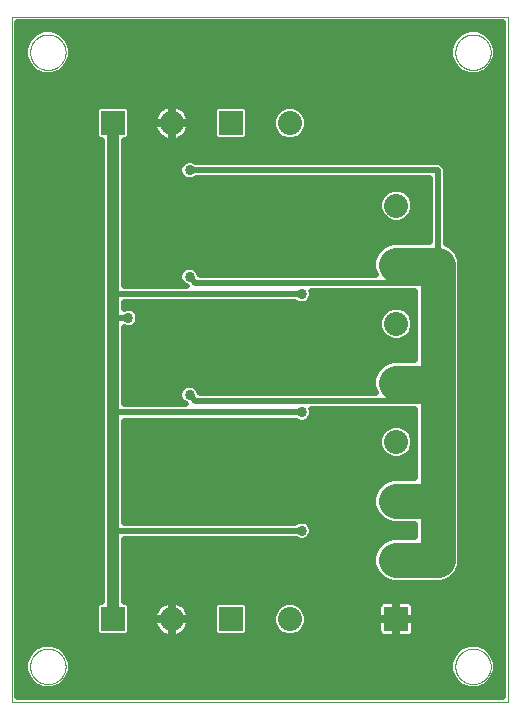
<source format=gbl>
G75*
%MOIN*%
%OFA0B0*%
%FSLAX25Y25*%
%IPPOS*%
%LPD*%
%AMOC8*
5,1,8,0,0,1.08239X$1,22.5*
%
%ADD10C,0.00000*%
%ADD11R,0.08000X0.08000*%
%ADD12C,0.08000*%
%ADD13C,0.01969*%
%ADD14C,0.03369*%
%ADD15C,0.11811*%
%ADD16C,0.03937*%
D10*
X0002969Y0002969D02*
X0002969Y0231315D01*
X0168323Y0231315D01*
X0168323Y0002969D01*
X0002969Y0002969D01*
X0008874Y0014780D02*
X0008876Y0014933D01*
X0008882Y0015087D01*
X0008892Y0015240D01*
X0008906Y0015392D01*
X0008924Y0015545D01*
X0008946Y0015696D01*
X0008971Y0015847D01*
X0009001Y0015998D01*
X0009035Y0016148D01*
X0009072Y0016296D01*
X0009113Y0016444D01*
X0009158Y0016590D01*
X0009207Y0016736D01*
X0009260Y0016880D01*
X0009316Y0017022D01*
X0009376Y0017163D01*
X0009440Y0017303D01*
X0009507Y0017441D01*
X0009578Y0017577D01*
X0009653Y0017711D01*
X0009730Y0017843D01*
X0009812Y0017973D01*
X0009896Y0018101D01*
X0009984Y0018227D01*
X0010075Y0018350D01*
X0010169Y0018471D01*
X0010267Y0018589D01*
X0010367Y0018705D01*
X0010471Y0018818D01*
X0010577Y0018929D01*
X0010686Y0019037D01*
X0010798Y0019142D01*
X0010912Y0019243D01*
X0011030Y0019342D01*
X0011149Y0019438D01*
X0011271Y0019531D01*
X0011396Y0019620D01*
X0011523Y0019707D01*
X0011652Y0019789D01*
X0011783Y0019869D01*
X0011916Y0019945D01*
X0012051Y0020018D01*
X0012188Y0020087D01*
X0012327Y0020152D01*
X0012467Y0020214D01*
X0012609Y0020272D01*
X0012752Y0020327D01*
X0012897Y0020378D01*
X0013043Y0020425D01*
X0013190Y0020468D01*
X0013338Y0020507D01*
X0013487Y0020543D01*
X0013637Y0020574D01*
X0013788Y0020602D01*
X0013939Y0020626D01*
X0014092Y0020646D01*
X0014244Y0020662D01*
X0014397Y0020674D01*
X0014550Y0020682D01*
X0014703Y0020686D01*
X0014857Y0020686D01*
X0015010Y0020682D01*
X0015163Y0020674D01*
X0015316Y0020662D01*
X0015468Y0020646D01*
X0015621Y0020626D01*
X0015772Y0020602D01*
X0015923Y0020574D01*
X0016073Y0020543D01*
X0016222Y0020507D01*
X0016370Y0020468D01*
X0016517Y0020425D01*
X0016663Y0020378D01*
X0016808Y0020327D01*
X0016951Y0020272D01*
X0017093Y0020214D01*
X0017233Y0020152D01*
X0017372Y0020087D01*
X0017509Y0020018D01*
X0017644Y0019945D01*
X0017777Y0019869D01*
X0017908Y0019789D01*
X0018037Y0019707D01*
X0018164Y0019620D01*
X0018289Y0019531D01*
X0018411Y0019438D01*
X0018530Y0019342D01*
X0018648Y0019243D01*
X0018762Y0019142D01*
X0018874Y0019037D01*
X0018983Y0018929D01*
X0019089Y0018818D01*
X0019193Y0018705D01*
X0019293Y0018589D01*
X0019391Y0018471D01*
X0019485Y0018350D01*
X0019576Y0018227D01*
X0019664Y0018101D01*
X0019748Y0017973D01*
X0019830Y0017843D01*
X0019907Y0017711D01*
X0019982Y0017577D01*
X0020053Y0017441D01*
X0020120Y0017303D01*
X0020184Y0017163D01*
X0020244Y0017022D01*
X0020300Y0016880D01*
X0020353Y0016736D01*
X0020402Y0016590D01*
X0020447Y0016444D01*
X0020488Y0016296D01*
X0020525Y0016148D01*
X0020559Y0015998D01*
X0020589Y0015847D01*
X0020614Y0015696D01*
X0020636Y0015545D01*
X0020654Y0015392D01*
X0020668Y0015240D01*
X0020678Y0015087D01*
X0020684Y0014933D01*
X0020686Y0014780D01*
X0020684Y0014627D01*
X0020678Y0014473D01*
X0020668Y0014320D01*
X0020654Y0014168D01*
X0020636Y0014015D01*
X0020614Y0013864D01*
X0020589Y0013713D01*
X0020559Y0013562D01*
X0020525Y0013412D01*
X0020488Y0013264D01*
X0020447Y0013116D01*
X0020402Y0012970D01*
X0020353Y0012824D01*
X0020300Y0012680D01*
X0020244Y0012538D01*
X0020184Y0012397D01*
X0020120Y0012257D01*
X0020053Y0012119D01*
X0019982Y0011983D01*
X0019907Y0011849D01*
X0019830Y0011717D01*
X0019748Y0011587D01*
X0019664Y0011459D01*
X0019576Y0011333D01*
X0019485Y0011210D01*
X0019391Y0011089D01*
X0019293Y0010971D01*
X0019193Y0010855D01*
X0019089Y0010742D01*
X0018983Y0010631D01*
X0018874Y0010523D01*
X0018762Y0010418D01*
X0018648Y0010317D01*
X0018530Y0010218D01*
X0018411Y0010122D01*
X0018289Y0010029D01*
X0018164Y0009940D01*
X0018037Y0009853D01*
X0017908Y0009771D01*
X0017777Y0009691D01*
X0017644Y0009615D01*
X0017509Y0009542D01*
X0017372Y0009473D01*
X0017233Y0009408D01*
X0017093Y0009346D01*
X0016951Y0009288D01*
X0016808Y0009233D01*
X0016663Y0009182D01*
X0016517Y0009135D01*
X0016370Y0009092D01*
X0016222Y0009053D01*
X0016073Y0009017D01*
X0015923Y0008986D01*
X0015772Y0008958D01*
X0015621Y0008934D01*
X0015468Y0008914D01*
X0015316Y0008898D01*
X0015163Y0008886D01*
X0015010Y0008878D01*
X0014857Y0008874D01*
X0014703Y0008874D01*
X0014550Y0008878D01*
X0014397Y0008886D01*
X0014244Y0008898D01*
X0014092Y0008914D01*
X0013939Y0008934D01*
X0013788Y0008958D01*
X0013637Y0008986D01*
X0013487Y0009017D01*
X0013338Y0009053D01*
X0013190Y0009092D01*
X0013043Y0009135D01*
X0012897Y0009182D01*
X0012752Y0009233D01*
X0012609Y0009288D01*
X0012467Y0009346D01*
X0012327Y0009408D01*
X0012188Y0009473D01*
X0012051Y0009542D01*
X0011916Y0009615D01*
X0011783Y0009691D01*
X0011652Y0009771D01*
X0011523Y0009853D01*
X0011396Y0009940D01*
X0011271Y0010029D01*
X0011149Y0010122D01*
X0011030Y0010218D01*
X0010912Y0010317D01*
X0010798Y0010418D01*
X0010686Y0010523D01*
X0010577Y0010631D01*
X0010471Y0010742D01*
X0010367Y0010855D01*
X0010267Y0010971D01*
X0010169Y0011089D01*
X0010075Y0011210D01*
X0009984Y0011333D01*
X0009896Y0011459D01*
X0009812Y0011587D01*
X0009730Y0011717D01*
X0009653Y0011849D01*
X0009578Y0011983D01*
X0009507Y0012119D01*
X0009440Y0012257D01*
X0009376Y0012397D01*
X0009316Y0012538D01*
X0009260Y0012680D01*
X0009207Y0012824D01*
X0009158Y0012970D01*
X0009113Y0013116D01*
X0009072Y0013264D01*
X0009035Y0013412D01*
X0009001Y0013562D01*
X0008971Y0013713D01*
X0008946Y0013864D01*
X0008924Y0014015D01*
X0008906Y0014168D01*
X0008892Y0014320D01*
X0008882Y0014473D01*
X0008876Y0014627D01*
X0008874Y0014780D01*
X0150606Y0014780D02*
X0150608Y0014933D01*
X0150614Y0015087D01*
X0150624Y0015240D01*
X0150638Y0015392D01*
X0150656Y0015545D01*
X0150678Y0015696D01*
X0150703Y0015847D01*
X0150733Y0015998D01*
X0150767Y0016148D01*
X0150804Y0016296D01*
X0150845Y0016444D01*
X0150890Y0016590D01*
X0150939Y0016736D01*
X0150992Y0016880D01*
X0151048Y0017022D01*
X0151108Y0017163D01*
X0151172Y0017303D01*
X0151239Y0017441D01*
X0151310Y0017577D01*
X0151385Y0017711D01*
X0151462Y0017843D01*
X0151544Y0017973D01*
X0151628Y0018101D01*
X0151716Y0018227D01*
X0151807Y0018350D01*
X0151901Y0018471D01*
X0151999Y0018589D01*
X0152099Y0018705D01*
X0152203Y0018818D01*
X0152309Y0018929D01*
X0152418Y0019037D01*
X0152530Y0019142D01*
X0152644Y0019243D01*
X0152762Y0019342D01*
X0152881Y0019438D01*
X0153003Y0019531D01*
X0153128Y0019620D01*
X0153255Y0019707D01*
X0153384Y0019789D01*
X0153515Y0019869D01*
X0153648Y0019945D01*
X0153783Y0020018D01*
X0153920Y0020087D01*
X0154059Y0020152D01*
X0154199Y0020214D01*
X0154341Y0020272D01*
X0154484Y0020327D01*
X0154629Y0020378D01*
X0154775Y0020425D01*
X0154922Y0020468D01*
X0155070Y0020507D01*
X0155219Y0020543D01*
X0155369Y0020574D01*
X0155520Y0020602D01*
X0155671Y0020626D01*
X0155824Y0020646D01*
X0155976Y0020662D01*
X0156129Y0020674D01*
X0156282Y0020682D01*
X0156435Y0020686D01*
X0156589Y0020686D01*
X0156742Y0020682D01*
X0156895Y0020674D01*
X0157048Y0020662D01*
X0157200Y0020646D01*
X0157353Y0020626D01*
X0157504Y0020602D01*
X0157655Y0020574D01*
X0157805Y0020543D01*
X0157954Y0020507D01*
X0158102Y0020468D01*
X0158249Y0020425D01*
X0158395Y0020378D01*
X0158540Y0020327D01*
X0158683Y0020272D01*
X0158825Y0020214D01*
X0158965Y0020152D01*
X0159104Y0020087D01*
X0159241Y0020018D01*
X0159376Y0019945D01*
X0159509Y0019869D01*
X0159640Y0019789D01*
X0159769Y0019707D01*
X0159896Y0019620D01*
X0160021Y0019531D01*
X0160143Y0019438D01*
X0160262Y0019342D01*
X0160380Y0019243D01*
X0160494Y0019142D01*
X0160606Y0019037D01*
X0160715Y0018929D01*
X0160821Y0018818D01*
X0160925Y0018705D01*
X0161025Y0018589D01*
X0161123Y0018471D01*
X0161217Y0018350D01*
X0161308Y0018227D01*
X0161396Y0018101D01*
X0161480Y0017973D01*
X0161562Y0017843D01*
X0161639Y0017711D01*
X0161714Y0017577D01*
X0161785Y0017441D01*
X0161852Y0017303D01*
X0161916Y0017163D01*
X0161976Y0017022D01*
X0162032Y0016880D01*
X0162085Y0016736D01*
X0162134Y0016590D01*
X0162179Y0016444D01*
X0162220Y0016296D01*
X0162257Y0016148D01*
X0162291Y0015998D01*
X0162321Y0015847D01*
X0162346Y0015696D01*
X0162368Y0015545D01*
X0162386Y0015392D01*
X0162400Y0015240D01*
X0162410Y0015087D01*
X0162416Y0014933D01*
X0162418Y0014780D01*
X0162416Y0014627D01*
X0162410Y0014473D01*
X0162400Y0014320D01*
X0162386Y0014168D01*
X0162368Y0014015D01*
X0162346Y0013864D01*
X0162321Y0013713D01*
X0162291Y0013562D01*
X0162257Y0013412D01*
X0162220Y0013264D01*
X0162179Y0013116D01*
X0162134Y0012970D01*
X0162085Y0012824D01*
X0162032Y0012680D01*
X0161976Y0012538D01*
X0161916Y0012397D01*
X0161852Y0012257D01*
X0161785Y0012119D01*
X0161714Y0011983D01*
X0161639Y0011849D01*
X0161562Y0011717D01*
X0161480Y0011587D01*
X0161396Y0011459D01*
X0161308Y0011333D01*
X0161217Y0011210D01*
X0161123Y0011089D01*
X0161025Y0010971D01*
X0160925Y0010855D01*
X0160821Y0010742D01*
X0160715Y0010631D01*
X0160606Y0010523D01*
X0160494Y0010418D01*
X0160380Y0010317D01*
X0160262Y0010218D01*
X0160143Y0010122D01*
X0160021Y0010029D01*
X0159896Y0009940D01*
X0159769Y0009853D01*
X0159640Y0009771D01*
X0159509Y0009691D01*
X0159376Y0009615D01*
X0159241Y0009542D01*
X0159104Y0009473D01*
X0158965Y0009408D01*
X0158825Y0009346D01*
X0158683Y0009288D01*
X0158540Y0009233D01*
X0158395Y0009182D01*
X0158249Y0009135D01*
X0158102Y0009092D01*
X0157954Y0009053D01*
X0157805Y0009017D01*
X0157655Y0008986D01*
X0157504Y0008958D01*
X0157353Y0008934D01*
X0157200Y0008914D01*
X0157048Y0008898D01*
X0156895Y0008886D01*
X0156742Y0008878D01*
X0156589Y0008874D01*
X0156435Y0008874D01*
X0156282Y0008878D01*
X0156129Y0008886D01*
X0155976Y0008898D01*
X0155824Y0008914D01*
X0155671Y0008934D01*
X0155520Y0008958D01*
X0155369Y0008986D01*
X0155219Y0009017D01*
X0155070Y0009053D01*
X0154922Y0009092D01*
X0154775Y0009135D01*
X0154629Y0009182D01*
X0154484Y0009233D01*
X0154341Y0009288D01*
X0154199Y0009346D01*
X0154059Y0009408D01*
X0153920Y0009473D01*
X0153783Y0009542D01*
X0153648Y0009615D01*
X0153515Y0009691D01*
X0153384Y0009771D01*
X0153255Y0009853D01*
X0153128Y0009940D01*
X0153003Y0010029D01*
X0152881Y0010122D01*
X0152762Y0010218D01*
X0152644Y0010317D01*
X0152530Y0010418D01*
X0152418Y0010523D01*
X0152309Y0010631D01*
X0152203Y0010742D01*
X0152099Y0010855D01*
X0151999Y0010971D01*
X0151901Y0011089D01*
X0151807Y0011210D01*
X0151716Y0011333D01*
X0151628Y0011459D01*
X0151544Y0011587D01*
X0151462Y0011717D01*
X0151385Y0011849D01*
X0151310Y0011983D01*
X0151239Y0012119D01*
X0151172Y0012257D01*
X0151108Y0012397D01*
X0151048Y0012538D01*
X0150992Y0012680D01*
X0150939Y0012824D01*
X0150890Y0012970D01*
X0150845Y0013116D01*
X0150804Y0013264D01*
X0150767Y0013412D01*
X0150733Y0013562D01*
X0150703Y0013713D01*
X0150678Y0013864D01*
X0150656Y0014015D01*
X0150638Y0014168D01*
X0150624Y0014320D01*
X0150614Y0014473D01*
X0150608Y0014627D01*
X0150606Y0014780D01*
X0150606Y0219504D02*
X0150608Y0219657D01*
X0150614Y0219811D01*
X0150624Y0219964D01*
X0150638Y0220116D01*
X0150656Y0220269D01*
X0150678Y0220420D01*
X0150703Y0220571D01*
X0150733Y0220722D01*
X0150767Y0220872D01*
X0150804Y0221020D01*
X0150845Y0221168D01*
X0150890Y0221314D01*
X0150939Y0221460D01*
X0150992Y0221604D01*
X0151048Y0221746D01*
X0151108Y0221887D01*
X0151172Y0222027D01*
X0151239Y0222165D01*
X0151310Y0222301D01*
X0151385Y0222435D01*
X0151462Y0222567D01*
X0151544Y0222697D01*
X0151628Y0222825D01*
X0151716Y0222951D01*
X0151807Y0223074D01*
X0151901Y0223195D01*
X0151999Y0223313D01*
X0152099Y0223429D01*
X0152203Y0223542D01*
X0152309Y0223653D01*
X0152418Y0223761D01*
X0152530Y0223866D01*
X0152644Y0223967D01*
X0152762Y0224066D01*
X0152881Y0224162D01*
X0153003Y0224255D01*
X0153128Y0224344D01*
X0153255Y0224431D01*
X0153384Y0224513D01*
X0153515Y0224593D01*
X0153648Y0224669D01*
X0153783Y0224742D01*
X0153920Y0224811D01*
X0154059Y0224876D01*
X0154199Y0224938D01*
X0154341Y0224996D01*
X0154484Y0225051D01*
X0154629Y0225102D01*
X0154775Y0225149D01*
X0154922Y0225192D01*
X0155070Y0225231D01*
X0155219Y0225267D01*
X0155369Y0225298D01*
X0155520Y0225326D01*
X0155671Y0225350D01*
X0155824Y0225370D01*
X0155976Y0225386D01*
X0156129Y0225398D01*
X0156282Y0225406D01*
X0156435Y0225410D01*
X0156589Y0225410D01*
X0156742Y0225406D01*
X0156895Y0225398D01*
X0157048Y0225386D01*
X0157200Y0225370D01*
X0157353Y0225350D01*
X0157504Y0225326D01*
X0157655Y0225298D01*
X0157805Y0225267D01*
X0157954Y0225231D01*
X0158102Y0225192D01*
X0158249Y0225149D01*
X0158395Y0225102D01*
X0158540Y0225051D01*
X0158683Y0224996D01*
X0158825Y0224938D01*
X0158965Y0224876D01*
X0159104Y0224811D01*
X0159241Y0224742D01*
X0159376Y0224669D01*
X0159509Y0224593D01*
X0159640Y0224513D01*
X0159769Y0224431D01*
X0159896Y0224344D01*
X0160021Y0224255D01*
X0160143Y0224162D01*
X0160262Y0224066D01*
X0160380Y0223967D01*
X0160494Y0223866D01*
X0160606Y0223761D01*
X0160715Y0223653D01*
X0160821Y0223542D01*
X0160925Y0223429D01*
X0161025Y0223313D01*
X0161123Y0223195D01*
X0161217Y0223074D01*
X0161308Y0222951D01*
X0161396Y0222825D01*
X0161480Y0222697D01*
X0161562Y0222567D01*
X0161639Y0222435D01*
X0161714Y0222301D01*
X0161785Y0222165D01*
X0161852Y0222027D01*
X0161916Y0221887D01*
X0161976Y0221746D01*
X0162032Y0221604D01*
X0162085Y0221460D01*
X0162134Y0221314D01*
X0162179Y0221168D01*
X0162220Y0221020D01*
X0162257Y0220872D01*
X0162291Y0220722D01*
X0162321Y0220571D01*
X0162346Y0220420D01*
X0162368Y0220269D01*
X0162386Y0220116D01*
X0162400Y0219964D01*
X0162410Y0219811D01*
X0162416Y0219657D01*
X0162418Y0219504D01*
X0162416Y0219351D01*
X0162410Y0219197D01*
X0162400Y0219044D01*
X0162386Y0218892D01*
X0162368Y0218739D01*
X0162346Y0218588D01*
X0162321Y0218437D01*
X0162291Y0218286D01*
X0162257Y0218136D01*
X0162220Y0217988D01*
X0162179Y0217840D01*
X0162134Y0217694D01*
X0162085Y0217548D01*
X0162032Y0217404D01*
X0161976Y0217262D01*
X0161916Y0217121D01*
X0161852Y0216981D01*
X0161785Y0216843D01*
X0161714Y0216707D01*
X0161639Y0216573D01*
X0161562Y0216441D01*
X0161480Y0216311D01*
X0161396Y0216183D01*
X0161308Y0216057D01*
X0161217Y0215934D01*
X0161123Y0215813D01*
X0161025Y0215695D01*
X0160925Y0215579D01*
X0160821Y0215466D01*
X0160715Y0215355D01*
X0160606Y0215247D01*
X0160494Y0215142D01*
X0160380Y0215041D01*
X0160262Y0214942D01*
X0160143Y0214846D01*
X0160021Y0214753D01*
X0159896Y0214664D01*
X0159769Y0214577D01*
X0159640Y0214495D01*
X0159509Y0214415D01*
X0159376Y0214339D01*
X0159241Y0214266D01*
X0159104Y0214197D01*
X0158965Y0214132D01*
X0158825Y0214070D01*
X0158683Y0214012D01*
X0158540Y0213957D01*
X0158395Y0213906D01*
X0158249Y0213859D01*
X0158102Y0213816D01*
X0157954Y0213777D01*
X0157805Y0213741D01*
X0157655Y0213710D01*
X0157504Y0213682D01*
X0157353Y0213658D01*
X0157200Y0213638D01*
X0157048Y0213622D01*
X0156895Y0213610D01*
X0156742Y0213602D01*
X0156589Y0213598D01*
X0156435Y0213598D01*
X0156282Y0213602D01*
X0156129Y0213610D01*
X0155976Y0213622D01*
X0155824Y0213638D01*
X0155671Y0213658D01*
X0155520Y0213682D01*
X0155369Y0213710D01*
X0155219Y0213741D01*
X0155070Y0213777D01*
X0154922Y0213816D01*
X0154775Y0213859D01*
X0154629Y0213906D01*
X0154484Y0213957D01*
X0154341Y0214012D01*
X0154199Y0214070D01*
X0154059Y0214132D01*
X0153920Y0214197D01*
X0153783Y0214266D01*
X0153648Y0214339D01*
X0153515Y0214415D01*
X0153384Y0214495D01*
X0153255Y0214577D01*
X0153128Y0214664D01*
X0153003Y0214753D01*
X0152881Y0214846D01*
X0152762Y0214942D01*
X0152644Y0215041D01*
X0152530Y0215142D01*
X0152418Y0215247D01*
X0152309Y0215355D01*
X0152203Y0215466D01*
X0152099Y0215579D01*
X0151999Y0215695D01*
X0151901Y0215813D01*
X0151807Y0215934D01*
X0151716Y0216057D01*
X0151628Y0216183D01*
X0151544Y0216311D01*
X0151462Y0216441D01*
X0151385Y0216573D01*
X0151310Y0216707D01*
X0151239Y0216843D01*
X0151172Y0216981D01*
X0151108Y0217121D01*
X0151048Y0217262D01*
X0150992Y0217404D01*
X0150939Y0217548D01*
X0150890Y0217694D01*
X0150845Y0217840D01*
X0150804Y0217988D01*
X0150767Y0218136D01*
X0150733Y0218286D01*
X0150703Y0218437D01*
X0150678Y0218588D01*
X0150656Y0218739D01*
X0150638Y0218892D01*
X0150624Y0219044D01*
X0150614Y0219197D01*
X0150608Y0219351D01*
X0150606Y0219504D01*
X0008874Y0219504D02*
X0008876Y0219657D01*
X0008882Y0219811D01*
X0008892Y0219964D01*
X0008906Y0220116D01*
X0008924Y0220269D01*
X0008946Y0220420D01*
X0008971Y0220571D01*
X0009001Y0220722D01*
X0009035Y0220872D01*
X0009072Y0221020D01*
X0009113Y0221168D01*
X0009158Y0221314D01*
X0009207Y0221460D01*
X0009260Y0221604D01*
X0009316Y0221746D01*
X0009376Y0221887D01*
X0009440Y0222027D01*
X0009507Y0222165D01*
X0009578Y0222301D01*
X0009653Y0222435D01*
X0009730Y0222567D01*
X0009812Y0222697D01*
X0009896Y0222825D01*
X0009984Y0222951D01*
X0010075Y0223074D01*
X0010169Y0223195D01*
X0010267Y0223313D01*
X0010367Y0223429D01*
X0010471Y0223542D01*
X0010577Y0223653D01*
X0010686Y0223761D01*
X0010798Y0223866D01*
X0010912Y0223967D01*
X0011030Y0224066D01*
X0011149Y0224162D01*
X0011271Y0224255D01*
X0011396Y0224344D01*
X0011523Y0224431D01*
X0011652Y0224513D01*
X0011783Y0224593D01*
X0011916Y0224669D01*
X0012051Y0224742D01*
X0012188Y0224811D01*
X0012327Y0224876D01*
X0012467Y0224938D01*
X0012609Y0224996D01*
X0012752Y0225051D01*
X0012897Y0225102D01*
X0013043Y0225149D01*
X0013190Y0225192D01*
X0013338Y0225231D01*
X0013487Y0225267D01*
X0013637Y0225298D01*
X0013788Y0225326D01*
X0013939Y0225350D01*
X0014092Y0225370D01*
X0014244Y0225386D01*
X0014397Y0225398D01*
X0014550Y0225406D01*
X0014703Y0225410D01*
X0014857Y0225410D01*
X0015010Y0225406D01*
X0015163Y0225398D01*
X0015316Y0225386D01*
X0015468Y0225370D01*
X0015621Y0225350D01*
X0015772Y0225326D01*
X0015923Y0225298D01*
X0016073Y0225267D01*
X0016222Y0225231D01*
X0016370Y0225192D01*
X0016517Y0225149D01*
X0016663Y0225102D01*
X0016808Y0225051D01*
X0016951Y0224996D01*
X0017093Y0224938D01*
X0017233Y0224876D01*
X0017372Y0224811D01*
X0017509Y0224742D01*
X0017644Y0224669D01*
X0017777Y0224593D01*
X0017908Y0224513D01*
X0018037Y0224431D01*
X0018164Y0224344D01*
X0018289Y0224255D01*
X0018411Y0224162D01*
X0018530Y0224066D01*
X0018648Y0223967D01*
X0018762Y0223866D01*
X0018874Y0223761D01*
X0018983Y0223653D01*
X0019089Y0223542D01*
X0019193Y0223429D01*
X0019293Y0223313D01*
X0019391Y0223195D01*
X0019485Y0223074D01*
X0019576Y0222951D01*
X0019664Y0222825D01*
X0019748Y0222697D01*
X0019830Y0222567D01*
X0019907Y0222435D01*
X0019982Y0222301D01*
X0020053Y0222165D01*
X0020120Y0222027D01*
X0020184Y0221887D01*
X0020244Y0221746D01*
X0020300Y0221604D01*
X0020353Y0221460D01*
X0020402Y0221314D01*
X0020447Y0221168D01*
X0020488Y0221020D01*
X0020525Y0220872D01*
X0020559Y0220722D01*
X0020589Y0220571D01*
X0020614Y0220420D01*
X0020636Y0220269D01*
X0020654Y0220116D01*
X0020668Y0219964D01*
X0020678Y0219811D01*
X0020684Y0219657D01*
X0020686Y0219504D01*
X0020684Y0219351D01*
X0020678Y0219197D01*
X0020668Y0219044D01*
X0020654Y0218892D01*
X0020636Y0218739D01*
X0020614Y0218588D01*
X0020589Y0218437D01*
X0020559Y0218286D01*
X0020525Y0218136D01*
X0020488Y0217988D01*
X0020447Y0217840D01*
X0020402Y0217694D01*
X0020353Y0217548D01*
X0020300Y0217404D01*
X0020244Y0217262D01*
X0020184Y0217121D01*
X0020120Y0216981D01*
X0020053Y0216843D01*
X0019982Y0216707D01*
X0019907Y0216573D01*
X0019830Y0216441D01*
X0019748Y0216311D01*
X0019664Y0216183D01*
X0019576Y0216057D01*
X0019485Y0215934D01*
X0019391Y0215813D01*
X0019293Y0215695D01*
X0019193Y0215579D01*
X0019089Y0215466D01*
X0018983Y0215355D01*
X0018874Y0215247D01*
X0018762Y0215142D01*
X0018648Y0215041D01*
X0018530Y0214942D01*
X0018411Y0214846D01*
X0018289Y0214753D01*
X0018164Y0214664D01*
X0018037Y0214577D01*
X0017908Y0214495D01*
X0017777Y0214415D01*
X0017644Y0214339D01*
X0017509Y0214266D01*
X0017372Y0214197D01*
X0017233Y0214132D01*
X0017093Y0214070D01*
X0016951Y0214012D01*
X0016808Y0213957D01*
X0016663Y0213906D01*
X0016517Y0213859D01*
X0016370Y0213816D01*
X0016222Y0213777D01*
X0016073Y0213741D01*
X0015923Y0213710D01*
X0015772Y0213682D01*
X0015621Y0213658D01*
X0015468Y0213638D01*
X0015316Y0213622D01*
X0015163Y0213610D01*
X0015010Y0213602D01*
X0014857Y0213598D01*
X0014703Y0213598D01*
X0014550Y0213602D01*
X0014397Y0213610D01*
X0014244Y0213622D01*
X0014092Y0213638D01*
X0013939Y0213658D01*
X0013788Y0213682D01*
X0013637Y0213710D01*
X0013487Y0213741D01*
X0013338Y0213777D01*
X0013190Y0213816D01*
X0013043Y0213859D01*
X0012897Y0213906D01*
X0012752Y0213957D01*
X0012609Y0214012D01*
X0012467Y0214070D01*
X0012327Y0214132D01*
X0012188Y0214197D01*
X0012051Y0214266D01*
X0011916Y0214339D01*
X0011783Y0214415D01*
X0011652Y0214495D01*
X0011523Y0214577D01*
X0011396Y0214664D01*
X0011271Y0214753D01*
X0011149Y0214846D01*
X0011030Y0214942D01*
X0010912Y0215041D01*
X0010798Y0215142D01*
X0010686Y0215247D01*
X0010577Y0215355D01*
X0010471Y0215466D01*
X0010367Y0215579D01*
X0010267Y0215695D01*
X0010169Y0215813D01*
X0010075Y0215934D01*
X0009984Y0216057D01*
X0009896Y0216183D01*
X0009812Y0216311D01*
X0009730Y0216441D01*
X0009653Y0216573D01*
X0009578Y0216707D01*
X0009507Y0216843D01*
X0009440Y0216981D01*
X0009376Y0217121D01*
X0009316Y0217262D01*
X0009260Y0217404D01*
X0009207Y0217548D01*
X0009158Y0217694D01*
X0009113Y0217840D01*
X0009072Y0217988D01*
X0009035Y0218136D01*
X0009001Y0218286D01*
X0008971Y0218437D01*
X0008946Y0218588D01*
X0008924Y0218739D01*
X0008906Y0218892D01*
X0008892Y0219044D01*
X0008882Y0219197D01*
X0008876Y0219351D01*
X0008874Y0219504D01*
D11*
X0036433Y0195882D03*
X0075803Y0195882D03*
X0130921Y0148638D03*
X0130921Y0109268D03*
X0130921Y0069898D03*
X0130921Y0030528D03*
X0075803Y0030528D03*
X0036433Y0030528D03*
D12*
X0056118Y0030528D03*
X0095488Y0030528D03*
X0130921Y0050213D03*
X0130921Y0089583D03*
X0130921Y0128953D03*
X0130921Y0168323D03*
X0095488Y0195882D03*
X0056118Y0195882D03*
D13*
X0055823Y0195736D02*
X0042117Y0195736D01*
X0042117Y0193769D02*
X0050512Y0193769D01*
X0050572Y0193585D02*
X0051000Y0192745D01*
X0051554Y0191983D01*
X0052220Y0191317D01*
X0052982Y0190764D01*
X0053821Y0190336D01*
X0054717Y0190045D01*
X0055647Y0189898D01*
X0055823Y0189898D01*
X0055823Y0195587D01*
X0050134Y0195587D01*
X0050134Y0195411D01*
X0050281Y0194481D01*
X0050572Y0193585D01*
X0051735Y0191802D02*
X0042117Y0191802D01*
X0042117Y0191184D02*
X0042117Y0200580D01*
X0041131Y0201566D01*
X0031735Y0201566D01*
X0030749Y0200580D01*
X0030749Y0191184D01*
X0031735Y0190198D01*
X0032780Y0190198D01*
X0032780Y0036212D01*
X0031735Y0036212D01*
X0030749Y0035225D01*
X0030749Y0025830D01*
X0031735Y0024843D01*
X0041131Y0024843D01*
X0042117Y0025830D01*
X0042117Y0035225D01*
X0041131Y0036212D01*
X0040086Y0036212D01*
X0040086Y0057387D01*
X0097330Y0057387D01*
X0097517Y0057199D01*
X0098755Y0056687D01*
X0100095Y0056687D01*
X0101333Y0057199D01*
X0102281Y0058147D01*
X0102794Y0059385D01*
X0102794Y0060725D01*
X0102281Y0061963D01*
X0101333Y0062911D01*
X0100095Y0063424D01*
X0098755Y0063424D01*
X0097517Y0062911D01*
X0097330Y0062724D01*
X0040086Y0062724D01*
X0040086Y0096757D01*
X0097330Y0096757D01*
X0097517Y0096570D01*
X0098755Y0096057D01*
X0100095Y0096057D01*
X0101333Y0096570D01*
X0102281Y0097517D01*
X0102794Y0098755D01*
X0102794Y0100095D01*
X0102546Y0100694D01*
X0137111Y0100694D01*
X0137111Y0077487D01*
X0129412Y0077487D01*
X0126622Y0076332D01*
X0124487Y0074197D01*
X0123331Y0071407D01*
X0123331Y0068388D01*
X0124487Y0065598D01*
X0126622Y0063463D01*
X0129412Y0062308D01*
X0137111Y0062308D01*
X0137111Y0057802D01*
X0129412Y0057802D01*
X0126622Y0056647D01*
X0124487Y0054512D01*
X0123331Y0051722D01*
X0123331Y0048703D01*
X0124487Y0045913D01*
X0126622Y0043778D01*
X0129412Y0042623D01*
X0146210Y0042623D01*
X0149000Y0043778D01*
X0151135Y0045913D01*
X0152291Y0048703D01*
X0152291Y0150147D01*
X0151135Y0152937D01*
X0149000Y0155072D01*
X0147369Y0155748D01*
X0147369Y0180665D01*
X0146963Y0181645D01*
X0146212Y0182396D01*
X0145232Y0182802D01*
X0064119Y0182802D01*
X0063932Y0182990D01*
X0062694Y0183502D01*
X0061354Y0183502D01*
X0060116Y0182990D01*
X0059168Y0182042D01*
X0058655Y0180804D01*
X0058655Y0179464D01*
X0059168Y0178226D01*
X0060116Y0177278D01*
X0061354Y0176765D01*
X0062694Y0176765D01*
X0063932Y0177278D01*
X0064119Y0177465D01*
X0142032Y0177465D01*
X0142032Y0156228D01*
X0129412Y0156228D01*
X0126622Y0155072D01*
X0124487Y0152937D01*
X0123331Y0150147D01*
X0123331Y0147128D01*
X0124047Y0145401D01*
X0065380Y0145401D01*
X0064879Y0146609D01*
X0063932Y0147556D01*
X0062694Y0148069D01*
X0061354Y0148069D01*
X0060116Y0147556D01*
X0059168Y0146609D01*
X0058655Y0145371D01*
X0058655Y0144031D01*
X0059168Y0142793D01*
X0060116Y0141845D01*
X0061036Y0141464D01*
X0040086Y0141464D01*
X0040086Y0190198D01*
X0041131Y0190198D01*
X0042117Y0191184D01*
X0040086Y0189835D02*
X0166639Y0189835D01*
X0166639Y0191802D02*
X0099447Y0191802D01*
X0098708Y0191063D02*
X0100307Y0192662D01*
X0101172Y0194751D01*
X0101172Y0197013D01*
X0100307Y0199102D01*
X0098708Y0200701D01*
X0096619Y0201566D01*
X0094358Y0201566D01*
X0092268Y0200701D01*
X0090669Y0199102D01*
X0089804Y0197013D01*
X0089804Y0194751D01*
X0090669Y0192662D01*
X0092268Y0191063D01*
X0094358Y0190198D01*
X0096619Y0190198D01*
X0098708Y0191063D01*
X0100766Y0193769D02*
X0166639Y0193769D01*
X0166639Y0195736D02*
X0101172Y0195736D01*
X0100886Y0197703D02*
X0166639Y0197703D01*
X0166639Y0199670D02*
X0099739Y0199670D01*
X0091238Y0199670D02*
X0081487Y0199670D01*
X0081487Y0200580D02*
X0080501Y0201566D01*
X0071105Y0201566D01*
X0070119Y0200580D01*
X0070119Y0191184D01*
X0071105Y0190198D01*
X0080501Y0190198D01*
X0081487Y0191184D01*
X0081487Y0200580D01*
X0081487Y0197703D02*
X0090090Y0197703D01*
X0089804Y0195736D02*
X0081487Y0195736D01*
X0081487Y0193769D02*
X0090211Y0193769D01*
X0091529Y0191802D02*
X0081487Y0191802D01*
X0070119Y0191802D02*
X0060501Y0191802D01*
X0060683Y0191983D02*
X0061236Y0192745D01*
X0061664Y0193585D01*
X0061955Y0194481D01*
X0062102Y0195411D01*
X0062102Y0195587D01*
X0056413Y0195587D01*
X0056413Y0196177D01*
X0055823Y0196177D01*
X0055823Y0195587D01*
X0056413Y0195587D01*
X0056413Y0189898D01*
X0056589Y0189898D01*
X0057519Y0190045D01*
X0058415Y0190336D01*
X0059255Y0190764D01*
X0060017Y0191317D01*
X0060683Y0191983D01*
X0061724Y0193769D02*
X0070119Y0193769D01*
X0070119Y0195736D02*
X0056413Y0195736D01*
X0056413Y0196177D02*
X0062102Y0196177D01*
X0062102Y0196353D01*
X0061955Y0197283D01*
X0061664Y0198179D01*
X0061236Y0199018D01*
X0060683Y0199780D01*
X0060017Y0200446D01*
X0059255Y0201000D01*
X0058415Y0201428D01*
X0057519Y0201719D01*
X0056589Y0201866D01*
X0056413Y0201866D01*
X0056413Y0196177D01*
X0055823Y0196177D02*
X0055823Y0201866D01*
X0055647Y0201866D01*
X0054717Y0201719D01*
X0053821Y0201428D01*
X0052982Y0201000D01*
X0052220Y0200446D01*
X0051554Y0199780D01*
X0051000Y0199018D01*
X0050572Y0198179D01*
X0050281Y0197283D01*
X0050134Y0196353D01*
X0050134Y0196177D01*
X0055823Y0196177D01*
X0055823Y0197703D02*
X0056413Y0197703D01*
X0056413Y0199670D02*
X0055823Y0199670D01*
X0055823Y0201637D02*
X0056413Y0201637D01*
X0057771Y0201637D02*
X0166639Y0201637D01*
X0166639Y0203604D02*
X0004653Y0203604D01*
X0004653Y0201637D02*
X0054465Y0201637D01*
X0051473Y0199670D02*
X0042117Y0199670D01*
X0042117Y0197703D02*
X0050418Y0197703D01*
X0055823Y0193769D02*
X0056413Y0193769D01*
X0056413Y0191802D02*
X0055823Y0191802D01*
X0061819Y0197703D02*
X0070119Y0197703D01*
X0070119Y0199670D02*
X0060763Y0199670D01*
X0059137Y0181967D02*
X0040086Y0181967D01*
X0040086Y0183934D02*
X0166639Y0183934D01*
X0166639Y0185901D02*
X0040086Y0185901D01*
X0040086Y0187868D02*
X0166639Y0187868D01*
X0166639Y0181967D02*
X0146642Y0181967D01*
X0147369Y0180000D02*
X0166639Y0180000D01*
X0166639Y0178033D02*
X0147369Y0178033D01*
X0147369Y0176066D02*
X0166639Y0176066D01*
X0166639Y0174099D02*
X0147369Y0174099D01*
X0147369Y0172132D02*
X0166639Y0172132D01*
X0166639Y0170165D02*
X0147369Y0170165D01*
X0147369Y0168198D02*
X0166639Y0168198D01*
X0166639Y0166231D02*
X0147369Y0166231D01*
X0147369Y0164264D02*
X0166639Y0164264D01*
X0166639Y0162297D02*
X0147369Y0162297D01*
X0147369Y0160330D02*
X0166639Y0160330D01*
X0166639Y0158363D02*
X0147369Y0158363D01*
X0147369Y0156396D02*
X0166639Y0156396D01*
X0166639Y0154429D02*
X0149643Y0154429D01*
X0151332Y0152462D02*
X0166639Y0152462D01*
X0166639Y0150495D02*
X0152147Y0150495D01*
X0152291Y0148528D02*
X0166639Y0148528D01*
X0166639Y0146561D02*
X0152291Y0146561D01*
X0152291Y0144594D02*
X0166639Y0144594D01*
X0166639Y0142627D02*
X0152291Y0142627D01*
X0152291Y0140660D02*
X0166639Y0140660D01*
X0166639Y0138693D02*
X0152291Y0138693D01*
X0152291Y0136726D02*
X0166639Y0136726D01*
X0166639Y0134759D02*
X0152291Y0134759D01*
X0152291Y0132792D02*
X0166639Y0132792D01*
X0166639Y0130824D02*
X0152291Y0130824D01*
X0152291Y0128857D02*
X0166639Y0128857D01*
X0166639Y0126890D02*
X0152291Y0126890D01*
X0152291Y0124923D02*
X0166639Y0124923D01*
X0166639Y0122956D02*
X0152291Y0122956D01*
X0152291Y0120989D02*
X0166639Y0120989D01*
X0166639Y0119022D02*
X0152291Y0119022D01*
X0152291Y0117055D02*
X0166639Y0117055D01*
X0166639Y0115088D02*
X0152291Y0115088D01*
X0152291Y0113121D02*
X0166639Y0113121D01*
X0166639Y0111154D02*
X0152291Y0111154D01*
X0152291Y0109187D02*
X0166639Y0109187D01*
X0166639Y0107220D02*
X0152291Y0107220D01*
X0152291Y0105253D02*
X0166639Y0105253D01*
X0166639Y0103286D02*
X0152291Y0103286D01*
X0152291Y0101319D02*
X0166639Y0101319D01*
X0166639Y0099352D02*
X0152291Y0099352D01*
X0152291Y0097385D02*
X0166639Y0097385D01*
X0166639Y0095418D02*
X0152291Y0095418D01*
X0152291Y0093451D02*
X0166639Y0093451D01*
X0166639Y0091484D02*
X0152291Y0091484D01*
X0152291Y0089517D02*
X0166639Y0089517D01*
X0166639Y0087550D02*
X0152291Y0087550D01*
X0152291Y0085583D02*
X0166639Y0085583D01*
X0166639Y0083616D02*
X0152291Y0083616D01*
X0152291Y0081649D02*
X0166639Y0081649D01*
X0166639Y0079682D02*
X0152291Y0079682D01*
X0152291Y0077715D02*
X0166639Y0077715D01*
X0166639Y0075748D02*
X0152291Y0075748D01*
X0152291Y0073781D02*
X0166639Y0073781D01*
X0166639Y0071814D02*
X0152291Y0071814D01*
X0152291Y0069847D02*
X0166639Y0069847D01*
X0166639Y0067880D02*
X0152291Y0067880D01*
X0152291Y0065913D02*
X0166639Y0065913D01*
X0166639Y0063946D02*
X0152291Y0063946D01*
X0152291Y0061979D02*
X0166639Y0061979D01*
X0166639Y0060012D02*
X0152291Y0060012D01*
X0152291Y0058045D02*
X0166639Y0058045D01*
X0166639Y0056078D02*
X0152291Y0056078D01*
X0152291Y0054111D02*
X0166639Y0054111D01*
X0166639Y0052144D02*
X0152291Y0052144D01*
X0152291Y0050177D02*
X0166639Y0050177D01*
X0166639Y0048210D02*
X0152086Y0048210D01*
X0151272Y0046243D02*
X0166639Y0046243D01*
X0166639Y0044276D02*
X0149498Y0044276D01*
X0137111Y0058045D02*
X0102179Y0058045D01*
X0102794Y0060012D02*
X0137111Y0060012D01*
X0137111Y0061979D02*
X0102265Y0061979D01*
X0099425Y0060055D02*
X0036433Y0060055D01*
X0032780Y0060012D02*
X0004653Y0060012D01*
X0004653Y0061979D02*
X0032780Y0061979D01*
X0032780Y0063946D02*
X0004653Y0063946D01*
X0004653Y0065913D02*
X0032780Y0065913D01*
X0032780Y0067880D02*
X0004653Y0067880D01*
X0004653Y0069847D02*
X0032780Y0069847D01*
X0032780Y0071814D02*
X0004653Y0071814D01*
X0004653Y0073781D02*
X0032780Y0073781D01*
X0032780Y0075748D02*
X0004653Y0075748D01*
X0004653Y0077715D02*
X0032780Y0077715D01*
X0032780Y0079682D02*
X0004653Y0079682D01*
X0004653Y0081649D02*
X0032780Y0081649D01*
X0032780Y0083616D02*
X0004653Y0083616D01*
X0004653Y0085583D02*
X0032780Y0085583D01*
X0032780Y0087550D02*
X0004653Y0087550D01*
X0004653Y0089517D02*
X0032780Y0089517D01*
X0032780Y0091484D02*
X0004653Y0091484D01*
X0004653Y0093451D02*
X0032780Y0093451D01*
X0032780Y0095418D02*
X0004653Y0095418D01*
X0004653Y0097385D02*
X0032780Y0097385D01*
X0032780Y0099352D02*
X0004653Y0099352D01*
X0004653Y0101319D02*
X0032780Y0101319D01*
X0032780Y0103286D02*
X0004653Y0103286D01*
X0004653Y0105253D02*
X0032780Y0105253D01*
X0032780Y0107220D02*
X0004653Y0107220D01*
X0004653Y0109187D02*
X0032780Y0109187D01*
X0032780Y0111154D02*
X0004653Y0111154D01*
X0004653Y0113121D02*
X0032780Y0113121D01*
X0032780Y0115088D02*
X0004653Y0115088D01*
X0004653Y0117055D02*
X0032780Y0117055D01*
X0032780Y0119022D02*
X0004653Y0119022D01*
X0004653Y0120989D02*
X0032780Y0120989D01*
X0032780Y0122956D02*
X0004653Y0122956D01*
X0004653Y0124923D02*
X0032780Y0124923D01*
X0032780Y0126890D02*
X0004653Y0126890D01*
X0004653Y0128857D02*
X0032780Y0128857D01*
X0032780Y0130824D02*
X0004653Y0130824D01*
X0004653Y0132792D02*
X0032780Y0132792D01*
X0032780Y0134759D02*
X0004653Y0134759D01*
X0004653Y0136726D02*
X0032780Y0136726D01*
X0032780Y0138693D02*
X0004653Y0138693D01*
X0004653Y0140660D02*
X0032780Y0140660D01*
X0032780Y0142627D02*
X0004653Y0142627D01*
X0004653Y0144594D02*
X0032780Y0144594D01*
X0032780Y0146561D02*
X0004653Y0146561D01*
X0004653Y0148528D02*
X0032780Y0148528D01*
X0032780Y0150495D02*
X0004653Y0150495D01*
X0004653Y0152462D02*
X0032780Y0152462D01*
X0032780Y0154429D02*
X0004653Y0154429D01*
X0004653Y0156396D02*
X0032780Y0156396D01*
X0032780Y0158363D02*
X0004653Y0158363D01*
X0004653Y0160330D02*
X0032780Y0160330D01*
X0032780Y0162297D02*
X0004653Y0162297D01*
X0004653Y0164264D02*
X0032780Y0164264D01*
X0032780Y0166231D02*
X0004653Y0166231D01*
X0004653Y0168198D02*
X0032780Y0168198D01*
X0032780Y0170165D02*
X0004653Y0170165D01*
X0004653Y0172132D02*
X0032780Y0172132D01*
X0032780Y0174099D02*
X0004653Y0174099D01*
X0004653Y0176066D02*
X0032780Y0176066D01*
X0032780Y0178033D02*
X0004653Y0178033D01*
X0004653Y0180000D02*
X0032780Y0180000D01*
X0032780Y0181967D02*
X0004653Y0181967D01*
X0004653Y0183934D02*
X0032780Y0183934D01*
X0032780Y0185901D02*
X0004653Y0185901D01*
X0004653Y0187868D02*
X0032780Y0187868D01*
X0032780Y0189835D02*
X0004653Y0189835D01*
X0004653Y0191802D02*
X0030749Y0191802D01*
X0030749Y0193769D02*
X0004653Y0193769D01*
X0004653Y0195736D02*
X0030749Y0195736D01*
X0030749Y0197703D02*
X0004653Y0197703D01*
X0004653Y0199670D02*
X0030749Y0199670D01*
X0019079Y0213070D02*
X0021214Y0215205D01*
X0022369Y0217994D01*
X0022369Y0221014D01*
X0021214Y0223803D01*
X0019079Y0225938D01*
X0016289Y0227094D01*
X0013270Y0227094D01*
X0010480Y0225938D01*
X0008345Y0223803D01*
X0007190Y0221014D01*
X0007190Y0217994D01*
X0008345Y0215205D01*
X0010480Y0213070D01*
X0013270Y0211914D01*
X0016289Y0211914D01*
X0019079Y0213070D01*
X0019448Y0213439D02*
X0151843Y0213439D01*
X0152213Y0213070D02*
X0155002Y0211914D01*
X0158022Y0211914D01*
X0160811Y0213070D01*
X0162946Y0215205D01*
X0164102Y0217994D01*
X0164102Y0221014D01*
X0162946Y0223803D01*
X0160811Y0225938D01*
X0158022Y0227094D01*
X0155002Y0227094D01*
X0152213Y0225938D01*
X0150078Y0223803D01*
X0148922Y0221014D01*
X0148922Y0217994D01*
X0150078Y0215205D01*
X0152213Y0213070D01*
X0149994Y0215406D02*
X0021297Y0215406D01*
X0022112Y0217373D02*
X0149179Y0217373D01*
X0148922Y0219340D02*
X0022369Y0219340D01*
X0022248Y0221307D02*
X0149044Y0221307D01*
X0149858Y0223274D02*
X0021433Y0223274D01*
X0019776Y0225241D02*
X0151516Y0225241D01*
X0161508Y0225241D02*
X0166639Y0225241D01*
X0166639Y0223274D02*
X0163165Y0223274D01*
X0163980Y0221307D02*
X0166639Y0221307D01*
X0166639Y0219340D02*
X0164102Y0219340D01*
X0163844Y0217373D02*
X0166639Y0217373D01*
X0166639Y0215406D02*
X0163030Y0215406D01*
X0161181Y0213439D02*
X0166639Y0213439D01*
X0166639Y0211472D02*
X0004653Y0211472D01*
X0004653Y0209505D02*
X0166639Y0209505D01*
X0166639Y0207538D02*
X0004653Y0207538D01*
X0004653Y0205571D02*
X0166639Y0205571D01*
X0166639Y0227208D02*
X0004653Y0227208D01*
X0004653Y0225241D02*
X0009783Y0225241D01*
X0008126Y0223274D02*
X0004653Y0223274D01*
X0004653Y0221307D02*
X0007311Y0221307D01*
X0007190Y0219340D02*
X0004653Y0219340D01*
X0004653Y0217373D02*
X0007447Y0217373D01*
X0008262Y0215406D02*
X0004653Y0215406D01*
X0004653Y0213439D02*
X0010111Y0213439D01*
X0004653Y0229175D02*
X0166639Y0229175D01*
X0166639Y0229631D02*
X0166639Y0004653D01*
X0004653Y0004653D01*
X0004653Y0229631D01*
X0166639Y0229631D01*
X0144701Y0180134D02*
X0144701Y0148638D01*
X0144701Y0144701D01*
X0144701Y0142732D02*
X0063992Y0142732D01*
X0062024Y0144701D01*
X0064899Y0146561D02*
X0123567Y0146561D01*
X0123331Y0148528D02*
X0040086Y0148528D01*
X0040086Y0150495D02*
X0123475Y0150495D01*
X0124290Y0152462D02*
X0040086Y0152462D01*
X0040086Y0154429D02*
X0125979Y0154429D01*
X0129791Y0162639D02*
X0127701Y0163504D01*
X0126102Y0165103D01*
X0125237Y0167192D01*
X0125237Y0169453D01*
X0126102Y0171543D01*
X0127701Y0173142D01*
X0129791Y0174007D01*
X0132052Y0174007D01*
X0134141Y0173142D01*
X0135740Y0171543D01*
X0136605Y0169453D01*
X0136605Y0167192D01*
X0135740Y0165103D01*
X0134141Y0163504D01*
X0132052Y0162639D01*
X0129791Y0162639D01*
X0126942Y0164264D02*
X0040086Y0164264D01*
X0040086Y0166231D02*
X0125635Y0166231D01*
X0125237Y0168198D02*
X0040086Y0168198D01*
X0040086Y0170165D02*
X0125532Y0170165D01*
X0126692Y0172132D02*
X0040086Y0172132D01*
X0040086Y0174099D02*
X0142032Y0174099D01*
X0142032Y0176066D02*
X0040086Y0176066D01*
X0040086Y0178033D02*
X0059361Y0178033D01*
X0058655Y0180000D02*
X0040086Y0180000D01*
X0040086Y0162297D02*
X0142032Y0162297D01*
X0142032Y0164264D02*
X0134901Y0164264D01*
X0136207Y0166231D02*
X0142032Y0166231D01*
X0142032Y0168198D02*
X0136605Y0168198D01*
X0136311Y0170165D02*
X0142032Y0170165D01*
X0142032Y0172132D02*
X0135151Y0172132D01*
X0142032Y0160330D02*
X0040086Y0160330D01*
X0040086Y0158363D02*
X0142032Y0158363D01*
X0142032Y0156396D02*
X0040086Y0156396D01*
X0040086Y0146561D02*
X0059148Y0146561D01*
X0058655Y0144594D02*
X0040086Y0144594D01*
X0040086Y0142627D02*
X0059334Y0142627D01*
X0044407Y0132829D02*
X0044920Y0131591D01*
X0044920Y0130251D01*
X0044407Y0129013D01*
X0043459Y0128066D01*
X0042221Y0127553D01*
X0040881Y0127553D01*
X0040086Y0127882D01*
X0040086Y0102094D01*
X0060960Y0102094D01*
X0060116Y0102444D01*
X0059168Y0103391D01*
X0058655Y0104629D01*
X0058655Y0105969D01*
X0059168Y0107207D01*
X0060116Y0108155D01*
X0061354Y0108668D01*
X0062694Y0108668D01*
X0063932Y0108155D01*
X0064879Y0107207D01*
X0065367Y0106031D01*
X0124047Y0106031D01*
X0123331Y0107758D01*
X0123331Y0110777D01*
X0124487Y0113567D01*
X0126622Y0115702D01*
X0129412Y0116857D01*
X0137111Y0116857D01*
X0137111Y0140064D01*
X0102546Y0140064D01*
X0102794Y0139465D01*
X0102794Y0138125D01*
X0102281Y0136887D01*
X0101333Y0135940D01*
X0100095Y0135427D01*
X0098755Y0135427D01*
X0097517Y0135940D01*
X0097330Y0136127D01*
X0040086Y0136127D01*
X0040086Y0133960D01*
X0040881Y0134290D01*
X0042221Y0134290D01*
X0043459Y0133777D01*
X0044407Y0132829D01*
X0044423Y0132792D02*
X0126721Y0132792D01*
X0126102Y0132173D02*
X0125237Y0130083D01*
X0125237Y0127822D01*
X0126102Y0125733D01*
X0127701Y0124134D01*
X0129791Y0123269D01*
X0132052Y0123269D01*
X0134141Y0124134D01*
X0135740Y0125733D01*
X0136605Y0127822D01*
X0136605Y0130083D01*
X0135740Y0132173D01*
X0134141Y0133772D01*
X0132052Y0134637D01*
X0129791Y0134637D01*
X0127701Y0133772D01*
X0126102Y0132173D01*
X0125544Y0130824D02*
X0044920Y0130824D01*
X0044251Y0128857D02*
X0125237Y0128857D01*
X0125623Y0126890D02*
X0040086Y0126890D01*
X0040086Y0124923D02*
X0126912Y0124923D01*
X0134931Y0124923D02*
X0137111Y0124923D01*
X0137111Y0122956D02*
X0040086Y0122956D01*
X0040086Y0120989D02*
X0137111Y0120989D01*
X0137111Y0119022D02*
X0040086Y0119022D01*
X0040086Y0117055D02*
X0137111Y0117055D01*
X0144701Y0109268D02*
X0144701Y0105331D01*
X0132890Y0105331D01*
X0132890Y0105594D01*
X0137111Y0099352D02*
X0102794Y0099352D01*
X0102149Y0097385D02*
X0137111Y0097385D01*
X0137111Y0095418D02*
X0040086Y0095418D01*
X0040086Y0093451D02*
X0126751Y0093451D01*
X0126102Y0092803D02*
X0125237Y0090713D01*
X0125237Y0088452D01*
X0126102Y0086363D01*
X0127701Y0084764D01*
X0129791Y0083898D01*
X0132052Y0083898D01*
X0134141Y0084764D01*
X0135740Y0086363D01*
X0136605Y0088452D01*
X0136605Y0090713D01*
X0135740Y0092803D01*
X0134141Y0094402D01*
X0132052Y0095267D01*
X0129791Y0095267D01*
X0127701Y0094402D01*
X0126102Y0092803D01*
X0125556Y0091484D02*
X0040086Y0091484D01*
X0040086Y0089517D02*
X0125237Y0089517D01*
X0125611Y0087550D02*
X0040086Y0087550D01*
X0040086Y0085583D02*
X0126882Y0085583D01*
X0134960Y0085583D02*
X0137111Y0085583D01*
X0137111Y0083616D02*
X0040086Y0083616D01*
X0040086Y0081649D02*
X0137111Y0081649D01*
X0137111Y0079682D02*
X0040086Y0079682D01*
X0040086Y0077715D02*
X0137111Y0077715D01*
X0137111Y0087550D02*
X0136232Y0087550D01*
X0136605Y0089517D02*
X0137111Y0089517D01*
X0137111Y0091484D02*
X0136286Y0091484D01*
X0137111Y0093451D02*
X0135091Y0093451D01*
X0144701Y0103362D02*
X0063961Y0103362D01*
X0062024Y0105299D01*
X0064866Y0107220D02*
X0123554Y0107220D01*
X0123331Y0109187D02*
X0040086Y0109187D01*
X0040086Y0107220D02*
X0059181Y0107220D01*
X0058655Y0105253D02*
X0040086Y0105253D01*
X0040086Y0103286D02*
X0059273Y0103286D01*
X0040086Y0111154D02*
X0123488Y0111154D01*
X0124302Y0113121D02*
X0040086Y0113121D01*
X0040086Y0115088D02*
X0126008Y0115088D01*
X0136220Y0126890D02*
X0137111Y0126890D01*
X0137111Y0128857D02*
X0136605Y0128857D01*
X0136299Y0130824D02*
X0137111Y0130824D01*
X0137111Y0132792D02*
X0135121Y0132792D01*
X0137111Y0134759D02*
X0040086Y0134759D01*
X0041551Y0130921D02*
X0036433Y0130921D01*
X0036433Y0138795D02*
X0099425Y0138795D01*
X0102119Y0136726D02*
X0137111Y0136726D01*
X0137111Y0138693D02*
X0102794Y0138693D01*
X0099425Y0099425D02*
X0036433Y0099425D01*
X0040086Y0075748D02*
X0126038Y0075748D01*
X0124315Y0073781D02*
X0040086Y0073781D01*
X0040086Y0071814D02*
X0123500Y0071814D01*
X0123331Y0069847D02*
X0040086Y0069847D01*
X0040086Y0067880D02*
X0123542Y0067880D01*
X0124357Y0065913D02*
X0040086Y0065913D01*
X0040086Y0063946D02*
X0126139Y0063946D01*
X0126053Y0056078D02*
X0040086Y0056078D01*
X0040086Y0054111D02*
X0124321Y0054111D01*
X0123506Y0052144D02*
X0040086Y0052144D01*
X0040086Y0050177D02*
X0123331Y0050177D01*
X0123536Y0048210D02*
X0040086Y0048210D01*
X0040086Y0046243D02*
X0124350Y0046243D01*
X0126124Y0044276D02*
X0040086Y0044276D01*
X0040086Y0042309D02*
X0166639Y0042309D01*
X0166639Y0040342D02*
X0040086Y0040342D01*
X0040086Y0038375D02*
X0166639Y0038375D01*
X0166639Y0036408D02*
X0135571Y0036408D01*
X0135687Y0036377D02*
X0135182Y0036512D01*
X0131217Y0036512D01*
X0131217Y0030823D01*
X0136905Y0030823D01*
X0136905Y0034789D01*
X0136770Y0035293D01*
X0136509Y0035746D01*
X0136140Y0036115D01*
X0135687Y0036377D01*
X0136905Y0034441D02*
X0166639Y0034441D01*
X0166639Y0032474D02*
X0136905Y0032474D01*
X0136905Y0030232D02*
X0131217Y0030232D01*
X0131217Y0030823D01*
X0130626Y0030823D01*
X0130626Y0036512D01*
X0126660Y0036512D01*
X0126155Y0036377D01*
X0125703Y0036115D01*
X0125333Y0035746D01*
X0125072Y0035293D01*
X0124937Y0034789D01*
X0124937Y0030823D01*
X0130626Y0030823D01*
X0130626Y0030232D01*
X0131217Y0030232D01*
X0131217Y0024543D01*
X0135182Y0024543D01*
X0135687Y0024679D01*
X0136140Y0024940D01*
X0136509Y0025309D01*
X0136770Y0025762D01*
X0136905Y0026266D01*
X0136905Y0030232D01*
X0136905Y0028540D02*
X0166639Y0028540D01*
X0166639Y0030507D02*
X0131217Y0030507D01*
X0130626Y0030507D02*
X0101172Y0030507D01*
X0101172Y0029397D02*
X0101172Y0031658D01*
X0100307Y0033747D01*
X0098708Y0035346D01*
X0096619Y0036212D01*
X0094358Y0036212D01*
X0092268Y0035346D01*
X0090669Y0033747D01*
X0089804Y0031658D01*
X0089804Y0029397D01*
X0090669Y0027308D01*
X0092268Y0025709D01*
X0094358Y0024843D01*
X0096619Y0024843D01*
X0098708Y0025709D01*
X0100307Y0027308D01*
X0101172Y0029397D01*
X0100817Y0028540D02*
X0124937Y0028540D01*
X0124937Y0030232D02*
X0124937Y0026266D01*
X0125072Y0025762D01*
X0125333Y0025309D01*
X0125703Y0024940D01*
X0126155Y0024679D01*
X0126660Y0024543D01*
X0130626Y0024543D01*
X0130626Y0030232D01*
X0124937Y0030232D01*
X0124937Y0032474D02*
X0100835Y0032474D01*
X0099614Y0034441D02*
X0124937Y0034441D01*
X0126272Y0036408D02*
X0057246Y0036408D01*
X0057519Y0036364D02*
X0056589Y0036512D01*
X0056413Y0036512D01*
X0056413Y0030823D01*
X0055823Y0030823D01*
X0055823Y0036512D01*
X0055647Y0036512D01*
X0054717Y0036364D01*
X0053821Y0036073D01*
X0052982Y0035646D01*
X0052220Y0035092D01*
X0051554Y0034426D01*
X0051000Y0033664D01*
X0050572Y0032825D01*
X0050281Y0031929D01*
X0050134Y0030999D01*
X0050134Y0030823D01*
X0055823Y0030823D01*
X0055823Y0030232D01*
X0056413Y0030232D01*
X0056413Y0024543D01*
X0056589Y0024543D01*
X0057519Y0024691D01*
X0058415Y0024982D01*
X0059255Y0025409D01*
X0060017Y0025963D01*
X0060683Y0026629D01*
X0061236Y0027391D01*
X0061664Y0028230D01*
X0061955Y0029126D01*
X0062102Y0030057D01*
X0062102Y0030232D01*
X0056413Y0030232D01*
X0056413Y0030823D01*
X0062102Y0030823D01*
X0062102Y0030999D01*
X0061955Y0031929D01*
X0061664Y0032825D01*
X0061236Y0033664D01*
X0060683Y0034426D01*
X0060017Y0035092D01*
X0059255Y0035646D01*
X0058415Y0036073D01*
X0057519Y0036364D01*
X0056413Y0036408D02*
X0055823Y0036408D01*
X0054990Y0036408D02*
X0040086Y0036408D01*
X0042117Y0034441D02*
X0051568Y0034441D01*
X0050458Y0032474D02*
X0042117Y0032474D01*
X0042117Y0030507D02*
X0055823Y0030507D01*
X0055823Y0030232D02*
X0050134Y0030232D01*
X0050134Y0030057D01*
X0050281Y0029126D01*
X0050572Y0028230D01*
X0051000Y0027391D01*
X0051554Y0026629D01*
X0052220Y0025963D01*
X0052982Y0025409D01*
X0053821Y0024982D01*
X0054717Y0024691D01*
X0055647Y0024543D01*
X0055823Y0024543D01*
X0055823Y0030232D01*
X0056413Y0030507D02*
X0070119Y0030507D01*
X0070119Y0032474D02*
X0061778Y0032474D01*
X0060668Y0034441D02*
X0070119Y0034441D01*
X0070119Y0035225D02*
X0070119Y0025830D01*
X0071105Y0024843D01*
X0080501Y0024843D01*
X0081487Y0025830D01*
X0081487Y0035225D01*
X0080501Y0036212D01*
X0071105Y0036212D01*
X0070119Y0035225D01*
X0070119Y0028540D02*
X0061764Y0028540D01*
X0060626Y0026573D02*
X0070119Y0026573D01*
X0081487Y0026573D02*
X0091404Y0026573D01*
X0090159Y0028540D02*
X0081487Y0028540D01*
X0081487Y0030507D02*
X0089804Y0030507D01*
X0090142Y0032474D02*
X0081487Y0032474D01*
X0081487Y0034441D02*
X0091363Y0034441D01*
X0099572Y0026573D02*
X0124937Y0026573D01*
X0126427Y0024606D02*
X0056983Y0024606D01*
X0056413Y0024606D02*
X0055823Y0024606D01*
X0055253Y0024606D02*
X0004653Y0024606D01*
X0004653Y0026573D02*
X0030749Y0026573D01*
X0030749Y0028540D02*
X0004653Y0028540D01*
X0004653Y0030507D02*
X0030749Y0030507D01*
X0030749Y0032474D02*
X0004653Y0032474D01*
X0004653Y0034441D02*
X0030749Y0034441D01*
X0032780Y0036408D02*
X0004653Y0036408D01*
X0004653Y0038375D02*
X0032780Y0038375D01*
X0032780Y0040342D02*
X0004653Y0040342D01*
X0004653Y0042309D02*
X0032780Y0042309D01*
X0032780Y0044276D02*
X0004653Y0044276D01*
X0004653Y0046243D02*
X0032780Y0046243D01*
X0032780Y0048210D02*
X0004653Y0048210D01*
X0004653Y0050177D02*
X0032780Y0050177D01*
X0032780Y0052144D02*
X0004653Y0052144D01*
X0004653Y0054111D02*
X0032780Y0054111D01*
X0032780Y0056078D02*
X0004653Y0056078D01*
X0004653Y0058045D02*
X0032780Y0058045D01*
X0042117Y0028540D02*
X0050472Y0028540D01*
X0051610Y0026573D02*
X0042117Y0026573D01*
X0055823Y0026573D02*
X0056413Y0026573D01*
X0056413Y0028540D02*
X0055823Y0028540D01*
X0055823Y0032474D02*
X0056413Y0032474D01*
X0056413Y0034441D02*
X0055823Y0034441D01*
X0021214Y0019079D02*
X0022369Y0016289D01*
X0022369Y0013270D01*
X0021214Y0010480D01*
X0019079Y0008345D01*
X0016289Y0007190D01*
X0013270Y0007190D01*
X0010480Y0008345D01*
X0008345Y0010480D01*
X0007190Y0013270D01*
X0007190Y0016289D01*
X0008345Y0019079D01*
X0010480Y0021214D01*
X0013270Y0022369D01*
X0016289Y0022369D01*
X0019079Y0021214D01*
X0021214Y0019079D01*
X0021369Y0018705D02*
X0149923Y0018705D01*
X0150078Y0019079D02*
X0148922Y0016289D01*
X0148922Y0013270D01*
X0150078Y0010480D01*
X0152213Y0008345D01*
X0155002Y0007190D01*
X0158022Y0007190D01*
X0160811Y0008345D01*
X0162946Y0010480D01*
X0164102Y0013270D01*
X0164102Y0016289D01*
X0162946Y0019079D01*
X0160811Y0021214D01*
X0158022Y0022369D01*
X0155002Y0022369D01*
X0152213Y0021214D01*
X0150078Y0019079D01*
X0151670Y0020672D02*
X0019621Y0020672D01*
X0022184Y0016738D02*
X0149108Y0016738D01*
X0148922Y0014771D02*
X0022369Y0014771D01*
X0022176Y0012804D02*
X0149115Y0012804D01*
X0149930Y0010837D02*
X0021361Y0010837D01*
X0019603Y0008870D02*
X0151688Y0008870D01*
X0161335Y0008870D02*
X0166639Y0008870D01*
X0166639Y0010837D02*
X0163094Y0010837D01*
X0163908Y0012804D02*
X0166639Y0012804D01*
X0166639Y0014771D02*
X0164102Y0014771D01*
X0163916Y0016738D02*
X0166639Y0016738D01*
X0166639Y0018705D02*
X0163101Y0018705D01*
X0161353Y0020672D02*
X0166639Y0020672D01*
X0166639Y0022639D02*
X0004653Y0022639D01*
X0004653Y0020672D02*
X0009938Y0020672D01*
X0008190Y0018705D02*
X0004653Y0018705D01*
X0004653Y0016738D02*
X0007376Y0016738D01*
X0007190Y0014771D02*
X0004653Y0014771D01*
X0004653Y0012804D02*
X0007383Y0012804D01*
X0008198Y0010837D02*
X0004653Y0010837D01*
X0004653Y0008870D02*
X0009956Y0008870D01*
X0004653Y0006903D02*
X0166639Y0006903D01*
X0166639Y0004936D02*
X0004653Y0004936D01*
X0130626Y0024606D02*
X0131217Y0024606D01*
X0131217Y0026573D02*
X0130626Y0026573D01*
X0130626Y0028540D02*
X0131217Y0028540D01*
X0131217Y0032474D02*
X0130626Y0032474D01*
X0130626Y0034441D02*
X0131217Y0034441D01*
X0131217Y0036408D02*
X0130626Y0036408D01*
X0136905Y0026573D02*
X0166639Y0026573D01*
X0166639Y0024606D02*
X0135415Y0024606D01*
X0140764Y0065961D02*
X0144701Y0069898D01*
X0144701Y0180134D02*
X0062024Y0180134D01*
D14*
X0062024Y0180134D03*
X0062024Y0164386D03*
X0062024Y0144701D03*
X0061630Y0125016D03*
X0062024Y0105299D03*
X0061236Y0085646D03*
X0041551Y0130921D03*
X0099425Y0138795D03*
X0099425Y0099425D03*
X0099425Y0060055D03*
D15*
X0130921Y0050213D02*
X0144701Y0050213D01*
X0144701Y0069898D01*
X0130921Y0069898D01*
X0144701Y0069898D02*
X0144701Y0103362D01*
X0144701Y0109268D01*
X0130921Y0109268D01*
X0144701Y0109268D02*
X0144701Y0142732D01*
X0144701Y0148638D01*
X0130921Y0148638D01*
D16*
X0036433Y0138795D02*
X0036433Y0130921D01*
X0036433Y0099425D01*
X0036433Y0060055D01*
X0036433Y0030528D01*
X0036433Y0138795D02*
X0036433Y0195882D01*
M02*

</source>
